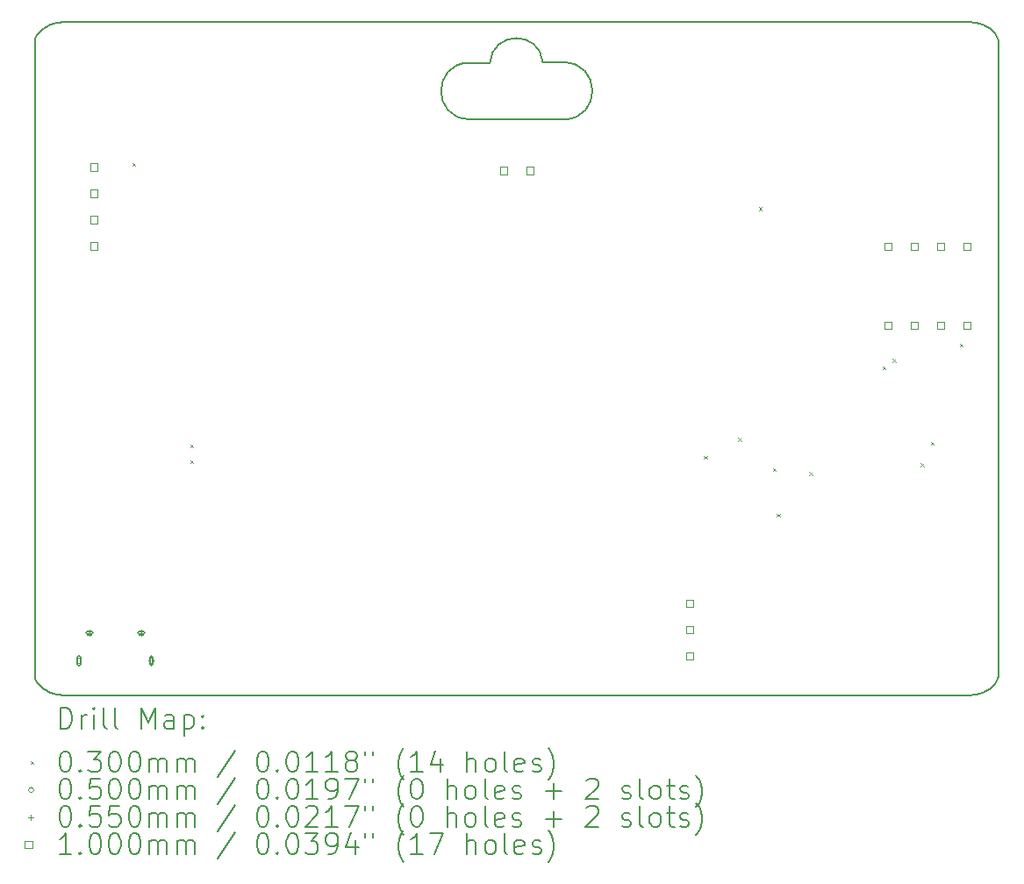
<source format=gbr>
%FSLAX45Y45*%
G04 Gerber Fmt 4.5, Leading zero omitted, Abs format (unit mm)*
G04 Created by KiCad (PCBNEW (6.0.0)) date 2022-05-24 10:02:27*
%MOMM*%
%LPD*%
G01*
G04 APERTURE LIST*
%TA.AperFunction,Profile*%
%ADD10C,0.150000*%
%TD*%
%ADD11C,0.200000*%
%TA.AperFunction,Profile*%
%ADD12C,0.200000*%
%TD*%
%ADD13C,0.030000*%
%ADD14C,0.050000*%
%ADD15C,0.055000*%
%ADD16C,0.100000*%
G04 APERTURE END LIST*
D10*
X15703662Y-6532487D02*
X15502662Y-6531487D01*
D11*
X19900999Y-12441083D02*
X19899456Y-12461785D01*
X19894925Y-12481876D01*
X19887556Y-12501256D01*
X19877496Y-12519825D01*
X19864894Y-12537482D01*
X19849899Y-12554129D01*
X19832660Y-12569665D01*
X19813324Y-12583990D01*
X19792041Y-12597004D01*
X19768958Y-12608607D01*
X19744225Y-12618699D01*
X19717990Y-12627181D01*
X19690401Y-12633951D01*
X19661607Y-12638911D01*
X19631757Y-12641961D01*
X19600999Y-12642999D01*
X19600999Y-6143000D02*
X19631757Y-6144039D01*
X19661607Y-6147088D01*
X19690401Y-6152048D01*
X19717990Y-6158819D01*
X19744225Y-6167300D01*
X19768958Y-6177393D01*
X19792041Y-6188996D01*
X19813324Y-6202010D01*
X19832660Y-6216335D01*
X19849899Y-6231871D01*
X19864894Y-6248517D01*
X19877496Y-6266175D01*
X19887556Y-6284744D01*
X19894925Y-6304123D01*
X19899456Y-6324214D01*
X19900999Y-6344916D01*
D12*
X10901000Y-6143000D02*
X10901000Y-6143000D01*
D10*
X15502662Y-6531487D02*
G75*
G03*
X14992662Y-6536487I-254802J-22701D01*
G01*
D11*
X10901000Y-12642999D02*
X10870242Y-12641961D01*
X10840392Y-12638911D01*
X10811598Y-12633951D01*
X10784009Y-12627181D01*
X10757774Y-12618699D01*
X10733041Y-12608607D01*
X10709958Y-12597004D01*
X10688675Y-12583990D01*
X10669339Y-12569665D01*
X10652099Y-12554129D01*
X10637104Y-12537482D01*
X10624503Y-12519825D01*
X10614443Y-12501256D01*
X10607073Y-12481876D01*
X10602543Y-12461785D01*
X10601000Y-12441083D01*
D12*
X19600999Y-12642999D02*
X10901000Y-12642999D01*
D10*
X15709662Y-7083487D02*
G75*
G03*
X15703662Y-6532487I-4164J275487D01*
G01*
D12*
X19900999Y-6344916D02*
X19900999Y-12441083D01*
D11*
X10601000Y-6344916D02*
X10602543Y-6324214D01*
X10607073Y-6304123D01*
X10614443Y-6284744D01*
X10624503Y-6266175D01*
X10637104Y-6248517D01*
X10652099Y-6231871D01*
X10669339Y-6216335D01*
X10688675Y-6202010D01*
X10709958Y-6188996D01*
X10733041Y-6177393D01*
X10757774Y-6167300D01*
X10784009Y-6158819D01*
X10811598Y-6152048D01*
X10840392Y-6147088D01*
X10870242Y-6144039D01*
X10901000Y-6143000D01*
D10*
X14791667Y-6536481D02*
X14992662Y-6536487D01*
X14791667Y-6536481D02*
G75*
G03*
X14786662Y-7080487I1529J-272040D01*
G01*
D12*
X10601000Y-12441083D02*
X10601000Y-6344916D01*
D10*
X15709662Y-7083487D02*
X14786662Y-7080487D01*
D12*
X10901000Y-6143000D02*
X19600999Y-6143000D01*
D11*
D13*
X11542000Y-7503400D02*
X11572000Y-7533400D01*
X11572000Y-7503400D02*
X11542000Y-7533400D01*
X12100800Y-10221200D02*
X12130800Y-10251200D01*
X12130800Y-10221200D02*
X12100800Y-10251200D01*
X12100800Y-10373600D02*
X12130800Y-10403600D01*
X12130800Y-10373600D02*
X12100800Y-10403600D01*
X17057000Y-10330000D02*
X17087000Y-10360000D01*
X17087000Y-10330000D02*
X17057000Y-10360000D01*
X17390000Y-10156000D02*
X17420000Y-10186000D01*
X17420000Y-10156000D02*
X17390000Y-10186000D01*
X17585000Y-7931000D02*
X17615000Y-7961000D01*
X17615000Y-7931000D02*
X17585000Y-7961000D01*
X17724000Y-10449000D02*
X17754000Y-10479000D01*
X17754000Y-10449000D02*
X17724000Y-10479000D01*
X17762000Y-10890000D02*
X17792000Y-10920000D01*
X17792000Y-10890000D02*
X17762000Y-10920000D01*
X18074000Y-10488630D02*
X18104000Y-10518630D01*
X18104000Y-10488630D02*
X18074000Y-10518630D01*
X18782000Y-9469000D02*
X18812000Y-9499000D01*
X18812000Y-9469000D02*
X18782000Y-9499000D01*
X18880000Y-9396000D02*
X18910000Y-9426000D01*
X18910000Y-9396000D02*
X18880000Y-9426000D01*
X19149300Y-10401540D02*
X19179300Y-10431540D01*
X19179300Y-10401540D02*
X19149300Y-10431540D01*
X19247000Y-10194000D02*
X19277000Y-10224000D01*
X19277000Y-10194000D02*
X19247000Y-10224000D01*
X19527000Y-9248000D02*
X19557000Y-9278000D01*
X19557000Y-9248000D02*
X19527000Y-9278000D01*
D14*
X11052676Y-12309854D02*
G75*
G03*
X11052676Y-12309854I-25000J0D01*
G01*
D11*
X11042676Y-12342354D02*
X11042676Y-12277354D01*
X11012676Y-12342354D02*
X11012676Y-12277354D01*
X11042676Y-12277354D02*
G75*
G03*
X11012676Y-12277354I-15000J0D01*
G01*
X11012676Y-12342354D02*
G75*
G03*
X11042676Y-12342354I15000J0D01*
G01*
D14*
X11752676Y-12309854D02*
G75*
G03*
X11752676Y-12309854I-25000J0D01*
G01*
D11*
X11742676Y-12342354D02*
X11742676Y-12277354D01*
X11712676Y-12342354D02*
X11712676Y-12277354D01*
X11742676Y-12277354D02*
G75*
G03*
X11712676Y-12277354I-15000J0D01*
G01*
X11712676Y-12342354D02*
G75*
G03*
X11742676Y-12342354I15000J0D01*
G01*
D15*
X11127676Y-12012354D02*
X11127676Y-12067354D01*
X11100176Y-12039854D02*
X11155176Y-12039854D01*
D11*
X11142676Y-12022354D02*
X11112676Y-12022354D01*
X11142676Y-12057354D02*
X11112676Y-12057354D01*
X11112676Y-12022354D02*
G75*
G03*
X11112676Y-12057354I0J-17500D01*
G01*
X11142676Y-12057354D02*
G75*
G03*
X11142676Y-12022354I0J17500D01*
G01*
D15*
X11627676Y-12012354D02*
X11627676Y-12067354D01*
X11600176Y-12039854D02*
X11655176Y-12039854D01*
D11*
X11642676Y-12022354D02*
X11612676Y-12022354D01*
X11642676Y-12057354D02*
X11612676Y-12057354D01*
X11612676Y-12022354D02*
G75*
G03*
X11612676Y-12057354I0J-17500D01*
G01*
X11642676Y-12057354D02*
G75*
G03*
X11642676Y-12022354I0J17500D01*
G01*
D16*
X11206276Y-7579156D02*
X11206276Y-7508444D01*
X11135564Y-7508444D01*
X11135564Y-7579156D01*
X11206276Y-7579156D01*
X11206276Y-7833156D02*
X11206276Y-7762444D01*
X11135564Y-7762444D01*
X11135564Y-7833156D01*
X11206276Y-7833156D01*
X11206276Y-8087156D02*
X11206276Y-8016444D01*
X11135564Y-8016444D01*
X11135564Y-8087156D01*
X11206276Y-8087156D01*
X11206276Y-8341156D02*
X11206276Y-8270444D01*
X11135564Y-8270444D01*
X11135564Y-8341156D01*
X11206276Y-8341156D01*
X15160356Y-7611356D02*
X15160356Y-7540644D01*
X15089644Y-7540644D01*
X15089644Y-7611356D01*
X15160356Y-7611356D01*
X15414356Y-7611356D02*
X15414356Y-7540644D01*
X15343644Y-7540644D01*
X15343644Y-7611356D01*
X15414356Y-7611356D01*
X16954876Y-11791936D02*
X16954876Y-11721224D01*
X16884164Y-11721224D01*
X16884164Y-11791936D01*
X16954876Y-11791936D01*
X16954876Y-12045936D02*
X16954876Y-11975224D01*
X16884164Y-11975224D01*
X16884164Y-12045936D01*
X16954876Y-12045936D01*
X16954876Y-12299936D02*
X16954876Y-12229224D01*
X16884164Y-12229224D01*
X16884164Y-12299936D01*
X16954876Y-12299936D01*
X18867916Y-8343696D02*
X18867916Y-8272984D01*
X18797204Y-8272984D01*
X18797204Y-8343696D01*
X18867916Y-8343696D01*
X18867916Y-9105696D02*
X18867916Y-9034984D01*
X18797204Y-9034984D01*
X18797204Y-9105696D01*
X18867916Y-9105696D01*
X19121916Y-8343696D02*
X19121916Y-8272984D01*
X19051204Y-8272984D01*
X19051204Y-8343696D01*
X19121916Y-8343696D01*
X19121916Y-9105696D02*
X19121916Y-9034984D01*
X19051204Y-9034984D01*
X19051204Y-9105696D01*
X19121916Y-9105696D01*
X19375916Y-8343696D02*
X19375916Y-8272984D01*
X19305204Y-8272984D01*
X19305204Y-8343696D01*
X19375916Y-8343696D01*
X19375916Y-9105696D02*
X19375916Y-9034984D01*
X19305204Y-9034984D01*
X19305204Y-9105696D01*
X19375916Y-9105696D01*
X19629916Y-8343696D02*
X19629916Y-8272984D01*
X19559204Y-8272984D01*
X19559204Y-8343696D01*
X19629916Y-8343696D01*
X19629916Y-9105696D02*
X19629916Y-9034984D01*
X19559204Y-9034984D01*
X19559204Y-9105696D01*
X19629916Y-9105696D01*
D11*
X10848619Y-12963476D02*
X10848619Y-12763476D01*
X10896238Y-12763476D01*
X10924809Y-12772999D01*
X10943857Y-12792047D01*
X10953381Y-12811095D01*
X10962904Y-12849190D01*
X10962904Y-12877761D01*
X10953381Y-12915857D01*
X10943857Y-12934904D01*
X10924809Y-12953952D01*
X10896238Y-12963476D01*
X10848619Y-12963476D01*
X11048619Y-12963476D02*
X11048619Y-12830142D01*
X11048619Y-12868237D02*
X11058142Y-12849190D01*
X11067666Y-12839666D01*
X11086714Y-12830142D01*
X11105762Y-12830142D01*
X11172428Y-12963476D02*
X11172428Y-12830142D01*
X11172428Y-12763476D02*
X11162904Y-12772999D01*
X11172428Y-12782523D01*
X11181952Y-12772999D01*
X11172428Y-12763476D01*
X11172428Y-12782523D01*
X11296238Y-12963476D02*
X11277190Y-12953952D01*
X11267666Y-12934904D01*
X11267666Y-12763476D01*
X11401000Y-12963476D02*
X11381952Y-12953952D01*
X11372428Y-12934904D01*
X11372428Y-12763476D01*
X11629571Y-12963476D02*
X11629571Y-12763476D01*
X11696238Y-12906333D01*
X11762904Y-12763476D01*
X11762904Y-12963476D01*
X11943857Y-12963476D02*
X11943857Y-12858714D01*
X11934333Y-12839666D01*
X11915285Y-12830142D01*
X11877190Y-12830142D01*
X11858142Y-12839666D01*
X11943857Y-12953952D02*
X11924809Y-12963476D01*
X11877190Y-12963476D01*
X11858142Y-12953952D01*
X11848619Y-12934904D01*
X11848619Y-12915857D01*
X11858142Y-12896809D01*
X11877190Y-12887285D01*
X11924809Y-12887285D01*
X11943857Y-12877761D01*
X12039095Y-12830142D02*
X12039095Y-13030142D01*
X12039095Y-12839666D02*
X12058142Y-12830142D01*
X12096238Y-12830142D01*
X12115285Y-12839666D01*
X12124809Y-12849190D01*
X12134333Y-12868237D01*
X12134333Y-12925380D01*
X12124809Y-12944428D01*
X12115285Y-12953952D01*
X12096238Y-12963476D01*
X12058142Y-12963476D01*
X12039095Y-12953952D01*
X12220047Y-12944428D02*
X12229571Y-12953952D01*
X12220047Y-12963476D01*
X12210523Y-12953952D01*
X12220047Y-12944428D01*
X12220047Y-12963476D01*
X12220047Y-12839666D02*
X12229571Y-12849190D01*
X12220047Y-12858714D01*
X12210523Y-12849190D01*
X12220047Y-12839666D01*
X12220047Y-12858714D01*
D13*
X10561000Y-13277999D02*
X10591000Y-13307999D01*
X10591000Y-13277999D02*
X10561000Y-13307999D01*
D11*
X10886714Y-13183476D02*
X10905762Y-13183476D01*
X10924809Y-13192999D01*
X10934333Y-13202523D01*
X10943857Y-13221571D01*
X10953381Y-13259666D01*
X10953381Y-13307285D01*
X10943857Y-13345380D01*
X10934333Y-13364428D01*
X10924809Y-13373952D01*
X10905762Y-13383476D01*
X10886714Y-13383476D01*
X10867666Y-13373952D01*
X10858142Y-13364428D01*
X10848619Y-13345380D01*
X10839095Y-13307285D01*
X10839095Y-13259666D01*
X10848619Y-13221571D01*
X10858142Y-13202523D01*
X10867666Y-13192999D01*
X10886714Y-13183476D01*
X11039095Y-13364428D02*
X11048619Y-13373952D01*
X11039095Y-13383476D01*
X11029571Y-13373952D01*
X11039095Y-13364428D01*
X11039095Y-13383476D01*
X11115285Y-13183476D02*
X11239095Y-13183476D01*
X11172428Y-13259666D01*
X11201000Y-13259666D01*
X11220047Y-13269190D01*
X11229571Y-13278714D01*
X11239095Y-13297761D01*
X11239095Y-13345380D01*
X11229571Y-13364428D01*
X11220047Y-13373952D01*
X11201000Y-13383476D01*
X11143857Y-13383476D01*
X11124809Y-13373952D01*
X11115285Y-13364428D01*
X11362904Y-13183476D02*
X11381952Y-13183476D01*
X11401000Y-13192999D01*
X11410523Y-13202523D01*
X11420047Y-13221571D01*
X11429571Y-13259666D01*
X11429571Y-13307285D01*
X11420047Y-13345380D01*
X11410523Y-13364428D01*
X11401000Y-13373952D01*
X11381952Y-13383476D01*
X11362904Y-13383476D01*
X11343857Y-13373952D01*
X11334333Y-13364428D01*
X11324809Y-13345380D01*
X11315285Y-13307285D01*
X11315285Y-13259666D01*
X11324809Y-13221571D01*
X11334333Y-13202523D01*
X11343857Y-13192999D01*
X11362904Y-13183476D01*
X11553380Y-13183476D02*
X11572428Y-13183476D01*
X11591476Y-13192999D01*
X11601000Y-13202523D01*
X11610523Y-13221571D01*
X11620047Y-13259666D01*
X11620047Y-13307285D01*
X11610523Y-13345380D01*
X11601000Y-13364428D01*
X11591476Y-13373952D01*
X11572428Y-13383476D01*
X11553380Y-13383476D01*
X11534333Y-13373952D01*
X11524809Y-13364428D01*
X11515285Y-13345380D01*
X11505761Y-13307285D01*
X11505761Y-13259666D01*
X11515285Y-13221571D01*
X11524809Y-13202523D01*
X11534333Y-13192999D01*
X11553380Y-13183476D01*
X11705761Y-13383476D02*
X11705761Y-13250142D01*
X11705761Y-13269190D02*
X11715285Y-13259666D01*
X11734333Y-13250142D01*
X11762904Y-13250142D01*
X11781952Y-13259666D01*
X11791476Y-13278714D01*
X11791476Y-13383476D01*
X11791476Y-13278714D02*
X11801000Y-13259666D01*
X11820047Y-13250142D01*
X11848619Y-13250142D01*
X11867666Y-13259666D01*
X11877190Y-13278714D01*
X11877190Y-13383476D01*
X11972428Y-13383476D02*
X11972428Y-13250142D01*
X11972428Y-13269190D02*
X11981952Y-13259666D01*
X12001000Y-13250142D01*
X12029571Y-13250142D01*
X12048619Y-13259666D01*
X12058142Y-13278714D01*
X12058142Y-13383476D01*
X12058142Y-13278714D02*
X12067666Y-13259666D01*
X12086714Y-13250142D01*
X12115285Y-13250142D01*
X12134333Y-13259666D01*
X12143857Y-13278714D01*
X12143857Y-13383476D01*
X12534333Y-13173952D02*
X12362904Y-13431095D01*
X12791476Y-13183476D02*
X12810523Y-13183476D01*
X12829571Y-13192999D01*
X12839095Y-13202523D01*
X12848619Y-13221571D01*
X12858142Y-13259666D01*
X12858142Y-13307285D01*
X12848619Y-13345380D01*
X12839095Y-13364428D01*
X12829571Y-13373952D01*
X12810523Y-13383476D01*
X12791476Y-13383476D01*
X12772428Y-13373952D01*
X12762904Y-13364428D01*
X12753380Y-13345380D01*
X12743857Y-13307285D01*
X12743857Y-13259666D01*
X12753380Y-13221571D01*
X12762904Y-13202523D01*
X12772428Y-13192999D01*
X12791476Y-13183476D01*
X12943857Y-13364428D02*
X12953380Y-13373952D01*
X12943857Y-13383476D01*
X12934333Y-13373952D01*
X12943857Y-13364428D01*
X12943857Y-13383476D01*
X13077190Y-13183476D02*
X13096238Y-13183476D01*
X13115285Y-13192999D01*
X13124809Y-13202523D01*
X13134333Y-13221571D01*
X13143857Y-13259666D01*
X13143857Y-13307285D01*
X13134333Y-13345380D01*
X13124809Y-13364428D01*
X13115285Y-13373952D01*
X13096238Y-13383476D01*
X13077190Y-13383476D01*
X13058142Y-13373952D01*
X13048619Y-13364428D01*
X13039095Y-13345380D01*
X13029571Y-13307285D01*
X13029571Y-13259666D01*
X13039095Y-13221571D01*
X13048619Y-13202523D01*
X13058142Y-13192999D01*
X13077190Y-13183476D01*
X13334333Y-13383476D02*
X13220047Y-13383476D01*
X13277190Y-13383476D02*
X13277190Y-13183476D01*
X13258142Y-13212047D01*
X13239095Y-13231095D01*
X13220047Y-13240618D01*
X13524809Y-13383476D02*
X13410523Y-13383476D01*
X13467666Y-13383476D02*
X13467666Y-13183476D01*
X13448619Y-13212047D01*
X13429571Y-13231095D01*
X13410523Y-13240618D01*
X13639095Y-13269190D02*
X13620047Y-13259666D01*
X13610523Y-13250142D01*
X13601000Y-13231095D01*
X13601000Y-13221571D01*
X13610523Y-13202523D01*
X13620047Y-13192999D01*
X13639095Y-13183476D01*
X13677190Y-13183476D01*
X13696238Y-13192999D01*
X13705761Y-13202523D01*
X13715285Y-13221571D01*
X13715285Y-13231095D01*
X13705761Y-13250142D01*
X13696238Y-13259666D01*
X13677190Y-13269190D01*
X13639095Y-13269190D01*
X13620047Y-13278714D01*
X13610523Y-13288237D01*
X13601000Y-13307285D01*
X13601000Y-13345380D01*
X13610523Y-13364428D01*
X13620047Y-13373952D01*
X13639095Y-13383476D01*
X13677190Y-13383476D01*
X13696238Y-13373952D01*
X13705761Y-13364428D01*
X13715285Y-13345380D01*
X13715285Y-13307285D01*
X13705761Y-13288237D01*
X13696238Y-13278714D01*
X13677190Y-13269190D01*
X13791476Y-13183476D02*
X13791476Y-13221571D01*
X13867666Y-13183476D02*
X13867666Y-13221571D01*
X14162904Y-13459666D02*
X14153380Y-13450142D01*
X14134333Y-13421571D01*
X14124809Y-13402523D01*
X14115285Y-13373952D01*
X14105761Y-13326333D01*
X14105761Y-13288237D01*
X14115285Y-13240618D01*
X14124809Y-13212047D01*
X14134333Y-13192999D01*
X14153380Y-13164428D01*
X14162904Y-13154904D01*
X14343857Y-13383476D02*
X14229571Y-13383476D01*
X14286714Y-13383476D02*
X14286714Y-13183476D01*
X14267666Y-13212047D01*
X14248619Y-13231095D01*
X14229571Y-13240618D01*
X14515285Y-13250142D02*
X14515285Y-13383476D01*
X14467666Y-13173952D02*
X14420047Y-13316809D01*
X14543857Y-13316809D01*
X14772428Y-13383476D02*
X14772428Y-13183476D01*
X14858142Y-13383476D02*
X14858142Y-13278714D01*
X14848619Y-13259666D01*
X14829571Y-13250142D01*
X14800999Y-13250142D01*
X14781952Y-13259666D01*
X14772428Y-13269190D01*
X14981952Y-13383476D02*
X14962904Y-13373952D01*
X14953380Y-13364428D01*
X14943857Y-13345380D01*
X14943857Y-13288237D01*
X14953380Y-13269190D01*
X14962904Y-13259666D01*
X14981952Y-13250142D01*
X15010523Y-13250142D01*
X15029571Y-13259666D01*
X15039095Y-13269190D01*
X15048619Y-13288237D01*
X15048619Y-13345380D01*
X15039095Y-13364428D01*
X15029571Y-13373952D01*
X15010523Y-13383476D01*
X14981952Y-13383476D01*
X15162904Y-13383476D02*
X15143857Y-13373952D01*
X15134333Y-13354904D01*
X15134333Y-13183476D01*
X15315285Y-13373952D02*
X15296238Y-13383476D01*
X15258142Y-13383476D01*
X15239095Y-13373952D01*
X15229571Y-13354904D01*
X15229571Y-13278714D01*
X15239095Y-13259666D01*
X15258142Y-13250142D01*
X15296238Y-13250142D01*
X15315285Y-13259666D01*
X15324809Y-13278714D01*
X15324809Y-13297761D01*
X15229571Y-13316809D01*
X15400999Y-13373952D02*
X15420047Y-13383476D01*
X15458142Y-13383476D01*
X15477190Y-13373952D01*
X15486714Y-13354904D01*
X15486714Y-13345380D01*
X15477190Y-13326333D01*
X15458142Y-13316809D01*
X15429571Y-13316809D01*
X15410523Y-13307285D01*
X15400999Y-13288237D01*
X15400999Y-13278714D01*
X15410523Y-13259666D01*
X15429571Y-13250142D01*
X15458142Y-13250142D01*
X15477190Y-13259666D01*
X15553380Y-13459666D02*
X15562904Y-13450142D01*
X15581952Y-13421571D01*
X15591476Y-13402523D01*
X15600999Y-13373952D01*
X15610523Y-13326333D01*
X15610523Y-13288237D01*
X15600999Y-13240618D01*
X15591476Y-13212047D01*
X15581952Y-13192999D01*
X15562904Y-13164428D01*
X15553380Y-13154904D01*
D14*
X10591000Y-13556999D02*
G75*
G03*
X10591000Y-13556999I-25000J0D01*
G01*
D11*
X10886714Y-13447476D02*
X10905762Y-13447476D01*
X10924809Y-13456999D01*
X10934333Y-13466523D01*
X10943857Y-13485571D01*
X10953381Y-13523666D01*
X10953381Y-13571285D01*
X10943857Y-13609380D01*
X10934333Y-13628428D01*
X10924809Y-13637952D01*
X10905762Y-13647476D01*
X10886714Y-13647476D01*
X10867666Y-13637952D01*
X10858142Y-13628428D01*
X10848619Y-13609380D01*
X10839095Y-13571285D01*
X10839095Y-13523666D01*
X10848619Y-13485571D01*
X10858142Y-13466523D01*
X10867666Y-13456999D01*
X10886714Y-13447476D01*
X11039095Y-13628428D02*
X11048619Y-13637952D01*
X11039095Y-13647476D01*
X11029571Y-13637952D01*
X11039095Y-13628428D01*
X11039095Y-13647476D01*
X11229571Y-13447476D02*
X11134333Y-13447476D01*
X11124809Y-13542714D01*
X11134333Y-13533190D01*
X11153381Y-13523666D01*
X11201000Y-13523666D01*
X11220047Y-13533190D01*
X11229571Y-13542714D01*
X11239095Y-13561761D01*
X11239095Y-13609380D01*
X11229571Y-13628428D01*
X11220047Y-13637952D01*
X11201000Y-13647476D01*
X11153381Y-13647476D01*
X11134333Y-13637952D01*
X11124809Y-13628428D01*
X11362904Y-13447476D02*
X11381952Y-13447476D01*
X11401000Y-13456999D01*
X11410523Y-13466523D01*
X11420047Y-13485571D01*
X11429571Y-13523666D01*
X11429571Y-13571285D01*
X11420047Y-13609380D01*
X11410523Y-13628428D01*
X11401000Y-13637952D01*
X11381952Y-13647476D01*
X11362904Y-13647476D01*
X11343857Y-13637952D01*
X11334333Y-13628428D01*
X11324809Y-13609380D01*
X11315285Y-13571285D01*
X11315285Y-13523666D01*
X11324809Y-13485571D01*
X11334333Y-13466523D01*
X11343857Y-13456999D01*
X11362904Y-13447476D01*
X11553380Y-13447476D02*
X11572428Y-13447476D01*
X11591476Y-13456999D01*
X11601000Y-13466523D01*
X11610523Y-13485571D01*
X11620047Y-13523666D01*
X11620047Y-13571285D01*
X11610523Y-13609380D01*
X11601000Y-13628428D01*
X11591476Y-13637952D01*
X11572428Y-13647476D01*
X11553380Y-13647476D01*
X11534333Y-13637952D01*
X11524809Y-13628428D01*
X11515285Y-13609380D01*
X11505761Y-13571285D01*
X11505761Y-13523666D01*
X11515285Y-13485571D01*
X11524809Y-13466523D01*
X11534333Y-13456999D01*
X11553380Y-13447476D01*
X11705761Y-13647476D02*
X11705761Y-13514142D01*
X11705761Y-13533190D02*
X11715285Y-13523666D01*
X11734333Y-13514142D01*
X11762904Y-13514142D01*
X11781952Y-13523666D01*
X11791476Y-13542714D01*
X11791476Y-13647476D01*
X11791476Y-13542714D02*
X11801000Y-13523666D01*
X11820047Y-13514142D01*
X11848619Y-13514142D01*
X11867666Y-13523666D01*
X11877190Y-13542714D01*
X11877190Y-13647476D01*
X11972428Y-13647476D02*
X11972428Y-13514142D01*
X11972428Y-13533190D02*
X11981952Y-13523666D01*
X12001000Y-13514142D01*
X12029571Y-13514142D01*
X12048619Y-13523666D01*
X12058142Y-13542714D01*
X12058142Y-13647476D01*
X12058142Y-13542714D02*
X12067666Y-13523666D01*
X12086714Y-13514142D01*
X12115285Y-13514142D01*
X12134333Y-13523666D01*
X12143857Y-13542714D01*
X12143857Y-13647476D01*
X12534333Y-13437952D02*
X12362904Y-13695095D01*
X12791476Y-13447476D02*
X12810523Y-13447476D01*
X12829571Y-13456999D01*
X12839095Y-13466523D01*
X12848619Y-13485571D01*
X12858142Y-13523666D01*
X12858142Y-13571285D01*
X12848619Y-13609380D01*
X12839095Y-13628428D01*
X12829571Y-13637952D01*
X12810523Y-13647476D01*
X12791476Y-13647476D01*
X12772428Y-13637952D01*
X12762904Y-13628428D01*
X12753380Y-13609380D01*
X12743857Y-13571285D01*
X12743857Y-13523666D01*
X12753380Y-13485571D01*
X12762904Y-13466523D01*
X12772428Y-13456999D01*
X12791476Y-13447476D01*
X12943857Y-13628428D02*
X12953380Y-13637952D01*
X12943857Y-13647476D01*
X12934333Y-13637952D01*
X12943857Y-13628428D01*
X12943857Y-13647476D01*
X13077190Y-13447476D02*
X13096238Y-13447476D01*
X13115285Y-13456999D01*
X13124809Y-13466523D01*
X13134333Y-13485571D01*
X13143857Y-13523666D01*
X13143857Y-13571285D01*
X13134333Y-13609380D01*
X13124809Y-13628428D01*
X13115285Y-13637952D01*
X13096238Y-13647476D01*
X13077190Y-13647476D01*
X13058142Y-13637952D01*
X13048619Y-13628428D01*
X13039095Y-13609380D01*
X13029571Y-13571285D01*
X13029571Y-13523666D01*
X13039095Y-13485571D01*
X13048619Y-13466523D01*
X13058142Y-13456999D01*
X13077190Y-13447476D01*
X13334333Y-13647476D02*
X13220047Y-13647476D01*
X13277190Y-13647476D02*
X13277190Y-13447476D01*
X13258142Y-13476047D01*
X13239095Y-13495095D01*
X13220047Y-13504618D01*
X13429571Y-13647476D02*
X13467666Y-13647476D01*
X13486714Y-13637952D01*
X13496238Y-13628428D01*
X13515285Y-13599857D01*
X13524809Y-13561761D01*
X13524809Y-13485571D01*
X13515285Y-13466523D01*
X13505761Y-13456999D01*
X13486714Y-13447476D01*
X13448619Y-13447476D01*
X13429571Y-13456999D01*
X13420047Y-13466523D01*
X13410523Y-13485571D01*
X13410523Y-13533190D01*
X13420047Y-13552237D01*
X13429571Y-13561761D01*
X13448619Y-13571285D01*
X13486714Y-13571285D01*
X13505761Y-13561761D01*
X13515285Y-13552237D01*
X13524809Y-13533190D01*
X13591476Y-13447476D02*
X13724809Y-13447476D01*
X13639095Y-13647476D01*
X13791476Y-13447476D02*
X13791476Y-13485571D01*
X13867666Y-13447476D02*
X13867666Y-13485571D01*
X14162904Y-13723666D02*
X14153380Y-13714142D01*
X14134333Y-13685571D01*
X14124809Y-13666523D01*
X14115285Y-13637952D01*
X14105761Y-13590333D01*
X14105761Y-13552237D01*
X14115285Y-13504618D01*
X14124809Y-13476047D01*
X14134333Y-13456999D01*
X14153380Y-13428428D01*
X14162904Y-13418904D01*
X14277190Y-13447476D02*
X14296238Y-13447476D01*
X14315285Y-13456999D01*
X14324809Y-13466523D01*
X14334333Y-13485571D01*
X14343857Y-13523666D01*
X14343857Y-13571285D01*
X14334333Y-13609380D01*
X14324809Y-13628428D01*
X14315285Y-13637952D01*
X14296238Y-13647476D01*
X14277190Y-13647476D01*
X14258142Y-13637952D01*
X14248619Y-13628428D01*
X14239095Y-13609380D01*
X14229571Y-13571285D01*
X14229571Y-13523666D01*
X14239095Y-13485571D01*
X14248619Y-13466523D01*
X14258142Y-13456999D01*
X14277190Y-13447476D01*
X14581952Y-13647476D02*
X14581952Y-13447476D01*
X14667666Y-13647476D02*
X14667666Y-13542714D01*
X14658142Y-13523666D01*
X14639095Y-13514142D01*
X14610523Y-13514142D01*
X14591476Y-13523666D01*
X14581952Y-13533190D01*
X14791476Y-13647476D02*
X14772428Y-13637952D01*
X14762904Y-13628428D01*
X14753380Y-13609380D01*
X14753380Y-13552237D01*
X14762904Y-13533190D01*
X14772428Y-13523666D01*
X14791476Y-13514142D01*
X14820047Y-13514142D01*
X14839095Y-13523666D01*
X14848619Y-13533190D01*
X14858142Y-13552237D01*
X14858142Y-13609380D01*
X14848619Y-13628428D01*
X14839095Y-13637952D01*
X14820047Y-13647476D01*
X14791476Y-13647476D01*
X14972428Y-13647476D02*
X14953380Y-13637952D01*
X14943857Y-13618904D01*
X14943857Y-13447476D01*
X15124809Y-13637952D02*
X15105761Y-13647476D01*
X15067666Y-13647476D01*
X15048619Y-13637952D01*
X15039095Y-13618904D01*
X15039095Y-13542714D01*
X15048619Y-13523666D01*
X15067666Y-13514142D01*
X15105761Y-13514142D01*
X15124809Y-13523666D01*
X15134333Y-13542714D01*
X15134333Y-13561761D01*
X15039095Y-13580809D01*
X15210523Y-13637952D02*
X15229571Y-13647476D01*
X15267666Y-13647476D01*
X15286714Y-13637952D01*
X15296238Y-13618904D01*
X15296238Y-13609380D01*
X15286714Y-13590333D01*
X15267666Y-13580809D01*
X15239095Y-13580809D01*
X15220047Y-13571285D01*
X15210523Y-13552237D01*
X15210523Y-13542714D01*
X15220047Y-13523666D01*
X15239095Y-13514142D01*
X15267666Y-13514142D01*
X15286714Y-13523666D01*
X15534333Y-13571285D02*
X15686714Y-13571285D01*
X15610523Y-13647476D02*
X15610523Y-13495095D01*
X15924809Y-13466523D02*
X15934333Y-13456999D01*
X15953380Y-13447476D01*
X16000999Y-13447476D01*
X16020047Y-13456999D01*
X16029571Y-13466523D01*
X16039095Y-13485571D01*
X16039095Y-13504618D01*
X16029571Y-13533190D01*
X15915285Y-13647476D01*
X16039095Y-13647476D01*
X16267666Y-13637952D02*
X16286714Y-13647476D01*
X16324809Y-13647476D01*
X16343857Y-13637952D01*
X16353380Y-13618904D01*
X16353380Y-13609380D01*
X16343857Y-13590333D01*
X16324809Y-13580809D01*
X16296238Y-13580809D01*
X16277190Y-13571285D01*
X16267666Y-13552237D01*
X16267666Y-13542714D01*
X16277190Y-13523666D01*
X16296238Y-13514142D01*
X16324809Y-13514142D01*
X16343857Y-13523666D01*
X16467666Y-13647476D02*
X16448619Y-13637952D01*
X16439095Y-13618904D01*
X16439095Y-13447476D01*
X16572428Y-13647476D02*
X16553380Y-13637952D01*
X16543857Y-13628428D01*
X16534333Y-13609380D01*
X16534333Y-13552237D01*
X16543857Y-13533190D01*
X16553380Y-13523666D01*
X16572428Y-13514142D01*
X16600999Y-13514142D01*
X16620047Y-13523666D01*
X16629571Y-13533190D01*
X16639095Y-13552237D01*
X16639095Y-13609380D01*
X16629571Y-13628428D01*
X16620047Y-13637952D01*
X16600999Y-13647476D01*
X16572428Y-13647476D01*
X16696238Y-13514142D02*
X16772428Y-13514142D01*
X16724809Y-13447476D02*
X16724809Y-13618904D01*
X16734333Y-13637952D01*
X16753380Y-13647476D01*
X16772428Y-13647476D01*
X16829571Y-13637952D02*
X16848619Y-13647476D01*
X16886714Y-13647476D01*
X16905762Y-13637952D01*
X16915285Y-13618904D01*
X16915285Y-13609380D01*
X16905762Y-13590333D01*
X16886714Y-13580809D01*
X16858142Y-13580809D01*
X16839095Y-13571285D01*
X16829571Y-13552237D01*
X16829571Y-13542714D01*
X16839095Y-13523666D01*
X16858142Y-13514142D01*
X16886714Y-13514142D01*
X16905762Y-13523666D01*
X16981952Y-13723666D02*
X16991476Y-13714142D01*
X17010523Y-13685571D01*
X17020047Y-13666523D01*
X17029571Y-13637952D01*
X17039095Y-13590333D01*
X17039095Y-13552237D01*
X17029571Y-13504618D01*
X17020047Y-13476047D01*
X17010523Y-13456999D01*
X16991476Y-13428428D01*
X16981952Y-13418904D01*
D15*
X10563500Y-13793499D02*
X10563500Y-13848499D01*
X10536000Y-13820999D02*
X10591000Y-13820999D01*
D11*
X10886714Y-13711476D02*
X10905762Y-13711476D01*
X10924809Y-13720999D01*
X10934333Y-13730523D01*
X10943857Y-13749571D01*
X10953381Y-13787666D01*
X10953381Y-13835285D01*
X10943857Y-13873380D01*
X10934333Y-13892428D01*
X10924809Y-13901952D01*
X10905762Y-13911476D01*
X10886714Y-13911476D01*
X10867666Y-13901952D01*
X10858142Y-13892428D01*
X10848619Y-13873380D01*
X10839095Y-13835285D01*
X10839095Y-13787666D01*
X10848619Y-13749571D01*
X10858142Y-13730523D01*
X10867666Y-13720999D01*
X10886714Y-13711476D01*
X11039095Y-13892428D02*
X11048619Y-13901952D01*
X11039095Y-13911476D01*
X11029571Y-13901952D01*
X11039095Y-13892428D01*
X11039095Y-13911476D01*
X11229571Y-13711476D02*
X11134333Y-13711476D01*
X11124809Y-13806714D01*
X11134333Y-13797190D01*
X11153381Y-13787666D01*
X11201000Y-13787666D01*
X11220047Y-13797190D01*
X11229571Y-13806714D01*
X11239095Y-13825761D01*
X11239095Y-13873380D01*
X11229571Y-13892428D01*
X11220047Y-13901952D01*
X11201000Y-13911476D01*
X11153381Y-13911476D01*
X11134333Y-13901952D01*
X11124809Y-13892428D01*
X11420047Y-13711476D02*
X11324809Y-13711476D01*
X11315285Y-13806714D01*
X11324809Y-13797190D01*
X11343857Y-13787666D01*
X11391476Y-13787666D01*
X11410523Y-13797190D01*
X11420047Y-13806714D01*
X11429571Y-13825761D01*
X11429571Y-13873380D01*
X11420047Y-13892428D01*
X11410523Y-13901952D01*
X11391476Y-13911476D01*
X11343857Y-13911476D01*
X11324809Y-13901952D01*
X11315285Y-13892428D01*
X11553380Y-13711476D02*
X11572428Y-13711476D01*
X11591476Y-13720999D01*
X11601000Y-13730523D01*
X11610523Y-13749571D01*
X11620047Y-13787666D01*
X11620047Y-13835285D01*
X11610523Y-13873380D01*
X11601000Y-13892428D01*
X11591476Y-13901952D01*
X11572428Y-13911476D01*
X11553380Y-13911476D01*
X11534333Y-13901952D01*
X11524809Y-13892428D01*
X11515285Y-13873380D01*
X11505761Y-13835285D01*
X11505761Y-13787666D01*
X11515285Y-13749571D01*
X11524809Y-13730523D01*
X11534333Y-13720999D01*
X11553380Y-13711476D01*
X11705761Y-13911476D02*
X11705761Y-13778142D01*
X11705761Y-13797190D02*
X11715285Y-13787666D01*
X11734333Y-13778142D01*
X11762904Y-13778142D01*
X11781952Y-13787666D01*
X11791476Y-13806714D01*
X11791476Y-13911476D01*
X11791476Y-13806714D02*
X11801000Y-13787666D01*
X11820047Y-13778142D01*
X11848619Y-13778142D01*
X11867666Y-13787666D01*
X11877190Y-13806714D01*
X11877190Y-13911476D01*
X11972428Y-13911476D02*
X11972428Y-13778142D01*
X11972428Y-13797190D02*
X11981952Y-13787666D01*
X12001000Y-13778142D01*
X12029571Y-13778142D01*
X12048619Y-13787666D01*
X12058142Y-13806714D01*
X12058142Y-13911476D01*
X12058142Y-13806714D02*
X12067666Y-13787666D01*
X12086714Y-13778142D01*
X12115285Y-13778142D01*
X12134333Y-13787666D01*
X12143857Y-13806714D01*
X12143857Y-13911476D01*
X12534333Y-13701952D02*
X12362904Y-13959095D01*
X12791476Y-13711476D02*
X12810523Y-13711476D01*
X12829571Y-13720999D01*
X12839095Y-13730523D01*
X12848619Y-13749571D01*
X12858142Y-13787666D01*
X12858142Y-13835285D01*
X12848619Y-13873380D01*
X12839095Y-13892428D01*
X12829571Y-13901952D01*
X12810523Y-13911476D01*
X12791476Y-13911476D01*
X12772428Y-13901952D01*
X12762904Y-13892428D01*
X12753380Y-13873380D01*
X12743857Y-13835285D01*
X12743857Y-13787666D01*
X12753380Y-13749571D01*
X12762904Y-13730523D01*
X12772428Y-13720999D01*
X12791476Y-13711476D01*
X12943857Y-13892428D02*
X12953380Y-13901952D01*
X12943857Y-13911476D01*
X12934333Y-13901952D01*
X12943857Y-13892428D01*
X12943857Y-13911476D01*
X13077190Y-13711476D02*
X13096238Y-13711476D01*
X13115285Y-13720999D01*
X13124809Y-13730523D01*
X13134333Y-13749571D01*
X13143857Y-13787666D01*
X13143857Y-13835285D01*
X13134333Y-13873380D01*
X13124809Y-13892428D01*
X13115285Y-13901952D01*
X13096238Y-13911476D01*
X13077190Y-13911476D01*
X13058142Y-13901952D01*
X13048619Y-13892428D01*
X13039095Y-13873380D01*
X13029571Y-13835285D01*
X13029571Y-13787666D01*
X13039095Y-13749571D01*
X13048619Y-13730523D01*
X13058142Y-13720999D01*
X13077190Y-13711476D01*
X13220047Y-13730523D02*
X13229571Y-13720999D01*
X13248619Y-13711476D01*
X13296238Y-13711476D01*
X13315285Y-13720999D01*
X13324809Y-13730523D01*
X13334333Y-13749571D01*
X13334333Y-13768618D01*
X13324809Y-13797190D01*
X13210523Y-13911476D01*
X13334333Y-13911476D01*
X13524809Y-13911476D02*
X13410523Y-13911476D01*
X13467666Y-13911476D02*
X13467666Y-13711476D01*
X13448619Y-13740047D01*
X13429571Y-13759095D01*
X13410523Y-13768618D01*
X13591476Y-13711476D02*
X13724809Y-13711476D01*
X13639095Y-13911476D01*
X13791476Y-13711476D02*
X13791476Y-13749571D01*
X13867666Y-13711476D02*
X13867666Y-13749571D01*
X14162904Y-13987666D02*
X14153380Y-13978142D01*
X14134333Y-13949571D01*
X14124809Y-13930523D01*
X14115285Y-13901952D01*
X14105761Y-13854333D01*
X14105761Y-13816237D01*
X14115285Y-13768618D01*
X14124809Y-13740047D01*
X14134333Y-13720999D01*
X14153380Y-13692428D01*
X14162904Y-13682904D01*
X14277190Y-13711476D02*
X14296238Y-13711476D01*
X14315285Y-13720999D01*
X14324809Y-13730523D01*
X14334333Y-13749571D01*
X14343857Y-13787666D01*
X14343857Y-13835285D01*
X14334333Y-13873380D01*
X14324809Y-13892428D01*
X14315285Y-13901952D01*
X14296238Y-13911476D01*
X14277190Y-13911476D01*
X14258142Y-13901952D01*
X14248619Y-13892428D01*
X14239095Y-13873380D01*
X14229571Y-13835285D01*
X14229571Y-13787666D01*
X14239095Y-13749571D01*
X14248619Y-13730523D01*
X14258142Y-13720999D01*
X14277190Y-13711476D01*
X14581952Y-13911476D02*
X14581952Y-13711476D01*
X14667666Y-13911476D02*
X14667666Y-13806714D01*
X14658142Y-13787666D01*
X14639095Y-13778142D01*
X14610523Y-13778142D01*
X14591476Y-13787666D01*
X14581952Y-13797190D01*
X14791476Y-13911476D02*
X14772428Y-13901952D01*
X14762904Y-13892428D01*
X14753380Y-13873380D01*
X14753380Y-13816237D01*
X14762904Y-13797190D01*
X14772428Y-13787666D01*
X14791476Y-13778142D01*
X14820047Y-13778142D01*
X14839095Y-13787666D01*
X14848619Y-13797190D01*
X14858142Y-13816237D01*
X14858142Y-13873380D01*
X14848619Y-13892428D01*
X14839095Y-13901952D01*
X14820047Y-13911476D01*
X14791476Y-13911476D01*
X14972428Y-13911476D02*
X14953380Y-13901952D01*
X14943857Y-13882904D01*
X14943857Y-13711476D01*
X15124809Y-13901952D02*
X15105761Y-13911476D01*
X15067666Y-13911476D01*
X15048619Y-13901952D01*
X15039095Y-13882904D01*
X15039095Y-13806714D01*
X15048619Y-13787666D01*
X15067666Y-13778142D01*
X15105761Y-13778142D01*
X15124809Y-13787666D01*
X15134333Y-13806714D01*
X15134333Y-13825761D01*
X15039095Y-13844809D01*
X15210523Y-13901952D02*
X15229571Y-13911476D01*
X15267666Y-13911476D01*
X15286714Y-13901952D01*
X15296238Y-13882904D01*
X15296238Y-13873380D01*
X15286714Y-13854333D01*
X15267666Y-13844809D01*
X15239095Y-13844809D01*
X15220047Y-13835285D01*
X15210523Y-13816237D01*
X15210523Y-13806714D01*
X15220047Y-13787666D01*
X15239095Y-13778142D01*
X15267666Y-13778142D01*
X15286714Y-13787666D01*
X15534333Y-13835285D02*
X15686714Y-13835285D01*
X15610523Y-13911476D02*
X15610523Y-13759095D01*
X15924809Y-13730523D02*
X15934333Y-13720999D01*
X15953380Y-13711476D01*
X16000999Y-13711476D01*
X16020047Y-13720999D01*
X16029571Y-13730523D01*
X16039095Y-13749571D01*
X16039095Y-13768618D01*
X16029571Y-13797190D01*
X15915285Y-13911476D01*
X16039095Y-13911476D01*
X16267666Y-13901952D02*
X16286714Y-13911476D01*
X16324809Y-13911476D01*
X16343857Y-13901952D01*
X16353380Y-13882904D01*
X16353380Y-13873380D01*
X16343857Y-13854333D01*
X16324809Y-13844809D01*
X16296238Y-13844809D01*
X16277190Y-13835285D01*
X16267666Y-13816237D01*
X16267666Y-13806714D01*
X16277190Y-13787666D01*
X16296238Y-13778142D01*
X16324809Y-13778142D01*
X16343857Y-13787666D01*
X16467666Y-13911476D02*
X16448619Y-13901952D01*
X16439095Y-13882904D01*
X16439095Y-13711476D01*
X16572428Y-13911476D02*
X16553380Y-13901952D01*
X16543857Y-13892428D01*
X16534333Y-13873380D01*
X16534333Y-13816237D01*
X16543857Y-13797190D01*
X16553380Y-13787666D01*
X16572428Y-13778142D01*
X16600999Y-13778142D01*
X16620047Y-13787666D01*
X16629571Y-13797190D01*
X16639095Y-13816237D01*
X16639095Y-13873380D01*
X16629571Y-13892428D01*
X16620047Y-13901952D01*
X16600999Y-13911476D01*
X16572428Y-13911476D01*
X16696238Y-13778142D02*
X16772428Y-13778142D01*
X16724809Y-13711476D02*
X16724809Y-13882904D01*
X16734333Y-13901952D01*
X16753380Y-13911476D01*
X16772428Y-13911476D01*
X16829571Y-13901952D02*
X16848619Y-13911476D01*
X16886714Y-13911476D01*
X16905762Y-13901952D01*
X16915285Y-13882904D01*
X16915285Y-13873380D01*
X16905762Y-13854333D01*
X16886714Y-13844809D01*
X16858142Y-13844809D01*
X16839095Y-13835285D01*
X16829571Y-13816237D01*
X16829571Y-13806714D01*
X16839095Y-13787666D01*
X16858142Y-13778142D01*
X16886714Y-13778142D01*
X16905762Y-13787666D01*
X16981952Y-13987666D02*
X16991476Y-13978142D01*
X17010523Y-13949571D01*
X17020047Y-13930523D01*
X17029571Y-13901952D01*
X17039095Y-13854333D01*
X17039095Y-13816237D01*
X17029571Y-13768618D01*
X17020047Y-13740047D01*
X17010523Y-13720999D01*
X16991476Y-13692428D01*
X16981952Y-13682904D01*
D16*
X10576355Y-14120355D02*
X10576355Y-14049644D01*
X10505644Y-14049644D01*
X10505644Y-14120355D01*
X10576355Y-14120355D01*
D11*
X10953381Y-14175476D02*
X10839095Y-14175476D01*
X10896238Y-14175476D02*
X10896238Y-13975476D01*
X10877190Y-14004047D01*
X10858142Y-14023095D01*
X10839095Y-14032618D01*
X11039095Y-14156428D02*
X11048619Y-14165952D01*
X11039095Y-14175476D01*
X11029571Y-14165952D01*
X11039095Y-14156428D01*
X11039095Y-14175476D01*
X11172428Y-13975476D02*
X11191476Y-13975476D01*
X11210523Y-13984999D01*
X11220047Y-13994523D01*
X11229571Y-14013571D01*
X11239095Y-14051666D01*
X11239095Y-14099285D01*
X11229571Y-14137380D01*
X11220047Y-14156428D01*
X11210523Y-14165952D01*
X11191476Y-14175476D01*
X11172428Y-14175476D01*
X11153381Y-14165952D01*
X11143857Y-14156428D01*
X11134333Y-14137380D01*
X11124809Y-14099285D01*
X11124809Y-14051666D01*
X11134333Y-14013571D01*
X11143857Y-13994523D01*
X11153381Y-13984999D01*
X11172428Y-13975476D01*
X11362904Y-13975476D02*
X11381952Y-13975476D01*
X11401000Y-13984999D01*
X11410523Y-13994523D01*
X11420047Y-14013571D01*
X11429571Y-14051666D01*
X11429571Y-14099285D01*
X11420047Y-14137380D01*
X11410523Y-14156428D01*
X11401000Y-14165952D01*
X11381952Y-14175476D01*
X11362904Y-14175476D01*
X11343857Y-14165952D01*
X11334333Y-14156428D01*
X11324809Y-14137380D01*
X11315285Y-14099285D01*
X11315285Y-14051666D01*
X11324809Y-14013571D01*
X11334333Y-13994523D01*
X11343857Y-13984999D01*
X11362904Y-13975476D01*
X11553380Y-13975476D02*
X11572428Y-13975476D01*
X11591476Y-13984999D01*
X11601000Y-13994523D01*
X11610523Y-14013571D01*
X11620047Y-14051666D01*
X11620047Y-14099285D01*
X11610523Y-14137380D01*
X11601000Y-14156428D01*
X11591476Y-14165952D01*
X11572428Y-14175476D01*
X11553380Y-14175476D01*
X11534333Y-14165952D01*
X11524809Y-14156428D01*
X11515285Y-14137380D01*
X11505761Y-14099285D01*
X11505761Y-14051666D01*
X11515285Y-14013571D01*
X11524809Y-13994523D01*
X11534333Y-13984999D01*
X11553380Y-13975476D01*
X11705761Y-14175476D02*
X11705761Y-14042142D01*
X11705761Y-14061190D02*
X11715285Y-14051666D01*
X11734333Y-14042142D01*
X11762904Y-14042142D01*
X11781952Y-14051666D01*
X11791476Y-14070714D01*
X11791476Y-14175476D01*
X11791476Y-14070714D02*
X11801000Y-14051666D01*
X11820047Y-14042142D01*
X11848619Y-14042142D01*
X11867666Y-14051666D01*
X11877190Y-14070714D01*
X11877190Y-14175476D01*
X11972428Y-14175476D02*
X11972428Y-14042142D01*
X11972428Y-14061190D02*
X11981952Y-14051666D01*
X12001000Y-14042142D01*
X12029571Y-14042142D01*
X12048619Y-14051666D01*
X12058142Y-14070714D01*
X12058142Y-14175476D01*
X12058142Y-14070714D02*
X12067666Y-14051666D01*
X12086714Y-14042142D01*
X12115285Y-14042142D01*
X12134333Y-14051666D01*
X12143857Y-14070714D01*
X12143857Y-14175476D01*
X12534333Y-13965952D02*
X12362904Y-14223095D01*
X12791476Y-13975476D02*
X12810523Y-13975476D01*
X12829571Y-13984999D01*
X12839095Y-13994523D01*
X12848619Y-14013571D01*
X12858142Y-14051666D01*
X12858142Y-14099285D01*
X12848619Y-14137380D01*
X12839095Y-14156428D01*
X12829571Y-14165952D01*
X12810523Y-14175476D01*
X12791476Y-14175476D01*
X12772428Y-14165952D01*
X12762904Y-14156428D01*
X12753380Y-14137380D01*
X12743857Y-14099285D01*
X12743857Y-14051666D01*
X12753380Y-14013571D01*
X12762904Y-13994523D01*
X12772428Y-13984999D01*
X12791476Y-13975476D01*
X12943857Y-14156428D02*
X12953380Y-14165952D01*
X12943857Y-14175476D01*
X12934333Y-14165952D01*
X12943857Y-14156428D01*
X12943857Y-14175476D01*
X13077190Y-13975476D02*
X13096238Y-13975476D01*
X13115285Y-13984999D01*
X13124809Y-13994523D01*
X13134333Y-14013571D01*
X13143857Y-14051666D01*
X13143857Y-14099285D01*
X13134333Y-14137380D01*
X13124809Y-14156428D01*
X13115285Y-14165952D01*
X13096238Y-14175476D01*
X13077190Y-14175476D01*
X13058142Y-14165952D01*
X13048619Y-14156428D01*
X13039095Y-14137380D01*
X13029571Y-14099285D01*
X13029571Y-14051666D01*
X13039095Y-14013571D01*
X13048619Y-13994523D01*
X13058142Y-13984999D01*
X13077190Y-13975476D01*
X13210523Y-13975476D02*
X13334333Y-13975476D01*
X13267666Y-14051666D01*
X13296238Y-14051666D01*
X13315285Y-14061190D01*
X13324809Y-14070714D01*
X13334333Y-14089761D01*
X13334333Y-14137380D01*
X13324809Y-14156428D01*
X13315285Y-14165952D01*
X13296238Y-14175476D01*
X13239095Y-14175476D01*
X13220047Y-14165952D01*
X13210523Y-14156428D01*
X13429571Y-14175476D02*
X13467666Y-14175476D01*
X13486714Y-14165952D01*
X13496238Y-14156428D01*
X13515285Y-14127857D01*
X13524809Y-14089761D01*
X13524809Y-14013571D01*
X13515285Y-13994523D01*
X13505761Y-13984999D01*
X13486714Y-13975476D01*
X13448619Y-13975476D01*
X13429571Y-13984999D01*
X13420047Y-13994523D01*
X13410523Y-14013571D01*
X13410523Y-14061190D01*
X13420047Y-14080237D01*
X13429571Y-14089761D01*
X13448619Y-14099285D01*
X13486714Y-14099285D01*
X13505761Y-14089761D01*
X13515285Y-14080237D01*
X13524809Y-14061190D01*
X13696238Y-14042142D02*
X13696238Y-14175476D01*
X13648619Y-13965952D02*
X13601000Y-14108809D01*
X13724809Y-14108809D01*
X13791476Y-13975476D02*
X13791476Y-14013571D01*
X13867666Y-13975476D02*
X13867666Y-14013571D01*
X14162904Y-14251666D02*
X14153380Y-14242142D01*
X14134333Y-14213571D01*
X14124809Y-14194523D01*
X14115285Y-14165952D01*
X14105761Y-14118333D01*
X14105761Y-14080237D01*
X14115285Y-14032618D01*
X14124809Y-14004047D01*
X14134333Y-13984999D01*
X14153380Y-13956428D01*
X14162904Y-13946904D01*
X14343857Y-14175476D02*
X14229571Y-14175476D01*
X14286714Y-14175476D02*
X14286714Y-13975476D01*
X14267666Y-14004047D01*
X14248619Y-14023095D01*
X14229571Y-14032618D01*
X14410523Y-13975476D02*
X14543857Y-13975476D01*
X14458142Y-14175476D01*
X14772428Y-14175476D02*
X14772428Y-13975476D01*
X14858142Y-14175476D02*
X14858142Y-14070714D01*
X14848619Y-14051666D01*
X14829571Y-14042142D01*
X14800999Y-14042142D01*
X14781952Y-14051666D01*
X14772428Y-14061190D01*
X14981952Y-14175476D02*
X14962904Y-14165952D01*
X14953380Y-14156428D01*
X14943857Y-14137380D01*
X14943857Y-14080237D01*
X14953380Y-14061190D01*
X14962904Y-14051666D01*
X14981952Y-14042142D01*
X15010523Y-14042142D01*
X15029571Y-14051666D01*
X15039095Y-14061190D01*
X15048619Y-14080237D01*
X15048619Y-14137380D01*
X15039095Y-14156428D01*
X15029571Y-14165952D01*
X15010523Y-14175476D01*
X14981952Y-14175476D01*
X15162904Y-14175476D02*
X15143857Y-14165952D01*
X15134333Y-14146904D01*
X15134333Y-13975476D01*
X15315285Y-14165952D02*
X15296238Y-14175476D01*
X15258142Y-14175476D01*
X15239095Y-14165952D01*
X15229571Y-14146904D01*
X15229571Y-14070714D01*
X15239095Y-14051666D01*
X15258142Y-14042142D01*
X15296238Y-14042142D01*
X15315285Y-14051666D01*
X15324809Y-14070714D01*
X15324809Y-14089761D01*
X15229571Y-14108809D01*
X15400999Y-14165952D02*
X15420047Y-14175476D01*
X15458142Y-14175476D01*
X15477190Y-14165952D01*
X15486714Y-14146904D01*
X15486714Y-14137380D01*
X15477190Y-14118333D01*
X15458142Y-14108809D01*
X15429571Y-14108809D01*
X15410523Y-14099285D01*
X15400999Y-14080237D01*
X15400999Y-14070714D01*
X15410523Y-14051666D01*
X15429571Y-14042142D01*
X15458142Y-14042142D01*
X15477190Y-14051666D01*
X15553380Y-14251666D02*
X15562904Y-14242142D01*
X15581952Y-14213571D01*
X15591476Y-14194523D01*
X15600999Y-14165952D01*
X15610523Y-14118333D01*
X15610523Y-14080237D01*
X15600999Y-14032618D01*
X15591476Y-14004047D01*
X15581952Y-13984999D01*
X15562904Y-13956428D01*
X15553380Y-13946904D01*
M02*

</source>
